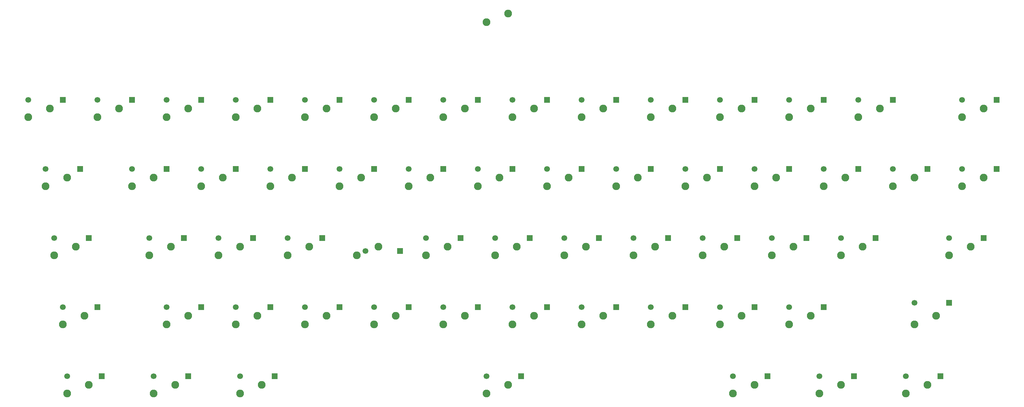
<source format=gbr>
G04 #@! TF.FileFunction,Copper,L2,Bot,Signal*
%FSLAX46Y46*%
G04 Gerber Fmt 4.6, Leading zero omitted, Abs format (unit mm)*
G04 Created by KiCad (PCBNEW (2015-01-16 BZR 5376)-product) date 07/02/2015 16:03:05*
%MOMM*%
G01*
G04 APERTURE LIST*
%ADD10C,0.100000*%
%ADD11C,1.699260*%
%ADD12R,1.699260X1.699260*%
%ADD13C,2.286000*%
G04 APERTURE END LIST*
D10*
D11*
X12700000Y-44450000D03*
D12*
X22860000Y-44450000D03*
D11*
X17780000Y-64770000D03*
D12*
X27940000Y-64770000D03*
D11*
X20320000Y-85090000D03*
D12*
X30480000Y-85090000D03*
D11*
X22860000Y-105410000D03*
D12*
X33020000Y-105410000D03*
D11*
X24130000Y-125730000D03*
D12*
X34290000Y-125730000D03*
D11*
X33020000Y-44450000D03*
D12*
X43180000Y-44450000D03*
D11*
X43180000Y-64770000D03*
D12*
X53340000Y-64770000D03*
D11*
X48260000Y-85090000D03*
D12*
X58420000Y-85090000D03*
D11*
X53340000Y-105410000D03*
D12*
X63500000Y-105410000D03*
D11*
X49530000Y-125730000D03*
D12*
X59690000Y-125730000D03*
D11*
X53340000Y-44450000D03*
D12*
X63500000Y-44450000D03*
D11*
X63500000Y-64770000D03*
D12*
X73660000Y-64770000D03*
D11*
X68580000Y-85090000D03*
D12*
X78740000Y-85090000D03*
D11*
X73660000Y-105410000D03*
D12*
X83820000Y-105410000D03*
D11*
X74930000Y-125730000D03*
D12*
X85090000Y-125730000D03*
D11*
X73660000Y-44450000D03*
D12*
X83820000Y-44450000D03*
D11*
X83820000Y-64770000D03*
D12*
X93980000Y-64770000D03*
D11*
X88900000Y-85090000D03*
D12*
X99060000Y-85090000D03*
D11*
X93980000Y-105410000D03*
D12*
X104140000Y-105410000D03*
D11*
X147320000Y-125730000D03*
D12*
X157480000Y-125730000D03*
D11*
X93980000Y-44450000D03*
D12*
X104140000Y-44450000D03*
D11*
X104140000Y-64770000D03*
D12*
X114300000Y-64770000D03*
D11*
X111760000Y-88900000D03*
D12*
X121920000Y-88900000D03*
D11*
X114300000Y-105410000D03*
D12*
X124460000Y-105410000D03*
D11*
X114300000Y-44450000D03*
D12*
X124460000Y-44450000D03*
D11*
X124460000Y-64770000D03*
D12*
X134620000Y-64770000D03*
D11*
X129540000Y-85090000D03*
D12*
X139700000Y-85090000D03*
D11*
X134620000Y-105410000D03*
D12*
X144780000Y-105410000D03*
D11*
X219710000Y-125730000D03*
D12*
X229870000Y-125730000D03*
D11*
X134620000Y-44450000D03*
D12*
X144780000Y-44450000D03*
D11*
X144780000Y-64770000D03*
D12*
X154940000Y-64770000D03*
D11*
X149860000Y-85090000D03*
D12*
X160020000Y-85090000D03*
D11*
X154940000Y-105410000D03*
D12*
X165100000Y-105410000D03*
D11*
X245110000Y-125730000D03*
D12*
X255270000Y-125730000D03*
D11*
X154940000Y-44450000D03*
D12*
X165100000Y-44450000D03*
D11*
X165100000Y-64770000D03*
D12*
X175260000Y-64770000D03*
D11*
X170180000Y-85090000D03*
D12*
X180340000Y-85090000D03*
D11*
X175260000Y-105410000D03*
D12*
X185420000Y-105410000D03*
D11*
X270510000Y-125730000D03*
D12*
X280670000Y-125730000D03*
D11*
X175260000Y-44450000D03*
D12*
X185420000Y-44450000D03*
D11*
X185420000Y-64770000D03*
D12*
X195580000Y-64770000D03*
D11*
X190500000Y-85090000D03*
D12*
X200660000Y-85090000D03*
D11*
X195580000Y-105410000D03*
D12*
X205740000Y-105410000D03*
D11*
X195580000Y-44450000D03*
D12*
X205740000Y-44450000D03*
D11*
X205740000Y-64770000D03*
D12*
X215900000Y-64770000D03*
D11*
X210820000Y-85090000D03*
D12*
X220980000Y-85090000D03*
D11*
X215900000Y-105410000D03*
D12*
X226060000Y-105410000D03*
D11*
X215900000Y-44450000D03*
D12*
X226060000Y-44450000D03*
D11*
X226060000Y-64770000D03*
D12*
X236220000Y-64770000D03*
D11*
X231140000Y-85090000D03*
D12*
X241300000Y-85090000D03*
D11*
X236220000Y-105410000D03*
D12*
X246380000Y-105410000D03*
D11*
X236220000Y-44450000D03*
D12*
X246380000Y-44450000D03*
D11*
X246380000Y-64770000D03*
D12*
X256540000Y-64770000D03*
D11*
X251460000Y-85090000D03*
D12*
X261620000Y-85090000D03*
D11*
X273050000Y-104140000D03*
D12*
X283210000Y-104140000D03*
D11*
X256540000Y-44450000D03*
D12*
X266700000Y-44450000D03*
D11*
X266700000Y-64770000D03*
D12*
X276860000Y-64770000D03*
D11*
X283210000Y-85090000D03*
D12*
X293370000Y-85090000D03*
D11*
X287020000Y-44450000D03*
D12*
X297180000Y-44450000D03*
D11*
X287020000Y-64770000D03*
D12*
X297180000Y-64770000D03*
D13*
X19050000Y-46990000D03*
X12700000Y-49530000D03*
X24130000Y-67310000D03*
X17780000Y-69850000D03*
X26670000Y-87630000D03*
X20320000Y-90170000D03*
X29210000Y-107950000D03*
X22860000Y-110490000D03*
X30480000Y-128270000D03*
X24130000Y-130810000D03*
X39370000Y-46990000D03*
X33020000Y-49530000D03*
X49530000Y-67310000D03*
X43180000Y-69850000D03*
X54610000Y-87630000D03*
X48260000Y-90170000D03*
X59690000Y-107950000D03*
X53340000Y-110490000D03*
X55880000Y-128270000D03*
X49530000Y-130810000D03*
X59690000Y-46990000D03*
X53340000Y-49530000D03*
X69850000Y-67310000D03*
X63500000Y-69850000D03*
X74930000Y-87630000D03*
X68580000Y-90170000D03*
X80010000Y-107950000D03*
X73660000Y-110490000D03*
X81280000Y-128270000D03*
X74930000Y-130810000D03*
X80010000Y-46990000D03*
X73660000Y-49530000D03*
X90170000Y-67310000D03*
X83820000Y-69850000D03*
X95250000Y-87630000D03*
X88900000Y-90170000D03*
X100330000Y-107950000D03*
X93980000Y-110490000D03*
X153670000Y-128270000D03*
X147320000Y-130810000D03*
X100330000Y-46990000D03*
X93980000Y-49530000D03*
X110490000Y-67310000D03*
X104140000Y-69850000D03*
X115570000Y-87630000D03*
X109220000Y-90170000D03*
X120650000Y-107950000D03*
X114300000Y-110490000D03*
X120650000Y-46990000D03*
X114300000Y-49530000D03*
X130810000Y-67310000D03*
X124460000Y-69850000D03*
X135890000Y-87630000D03*
X129540000Y-90170000D03*
X140970000Y-107950000D03*
X134620000Y-110490000D03*
X226060000Y-128270000D03*
X219710000Y-130810000D03*
X140970000Y-46990000D03*
X134620000Y-49530000D03*
X151130000Y-67310000D03*
X144780000Y-69850000D03*
X156210000Y-87630000D03*
X149860000Y-90170000D03*
X161290000Y-107950000D03*
X154940000Y-110490000D03*
X251460000Y-128270000D03*
X245110000Y-130810000D03*
X161290000Y-46990000D03*
X154940000Y-49530000D03*
X171450000Y-67310000D03*
X165100000Y-69850000D03*
X176530000Y-87630000D03*
X170180000Y-90170000D03*
X181610000Y-107950000D03*
X175260000Y-110490000D03*
X276860000Y-128270000D03*
X270510000Y-130810000D03*
X181610000Y-46990000D03*
X175260000Y-49530000D03*
X191770000Y-67310000D03*
X185420000Y-69850000D03*
X196850000Y-87630000D03*
X190500000Y-90170000D03*
X201930000Y-107950000D03*
X195580000Y-110490000D03*
X201930000Y-46990000D03*
X195580000Y-49530000D03*
X212090000Y-67310000D03*
X205740000Y-69850000D03*
X217170000Y-87630000D03*
X210820000Y-90170000D03*
X222250000Y-107950000D03*
X215900000Y-110490000D03*
X222250000Y-46990000D03*
X215900000Y-49530000D03*
X232410000Y-67310000D03*
X226060000Y-69850000D03*
X237490000Y-87630000D03*
X231140000Y-90170000D03*
X242570000Y-107950000D03*
X236220000Y-110490000D03*
X242570000Y-46990000D03*
X236220000Y-49530000D03*
X252730000Y-67310000D03*
X246380000Y-69850000D03*
X257810000Y-87630000D03*
X251460000Y-90170000D03*
X279400000Y-107950000D03*
X273050000Y-110490000D03*
X262890000Y-46990000D03*
X256540000Y-49530000D03*
X273050000Y-67310000D03*
X266700000Y-69850000D03*
X289560000Y-87630000D03*
X283210000Y-90170000D03*
X293370000Y-46990000D03*
X287020000Y-49530000D03*
X293370000Y-67310000D03*
X287020000Y-69850000D03*
X153670000Y-19050000D03*
X147320000Y-21590000D03*
M02*

</source>
